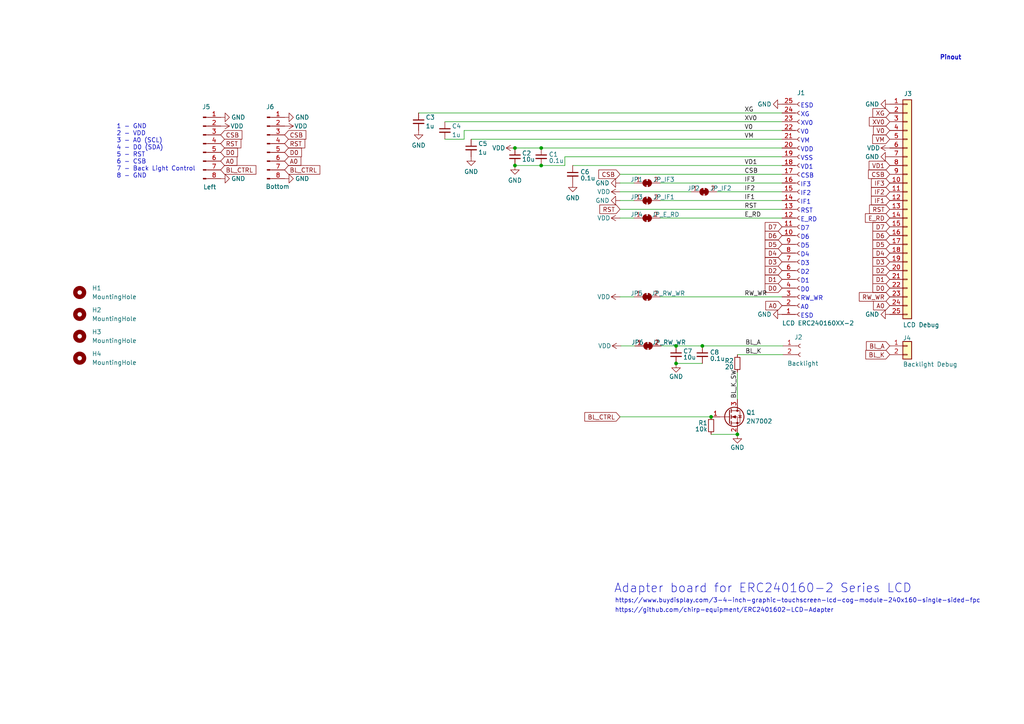
<source format=kicad_sch>
(kicad_sch (version 20230121) (generator eeschema)
  (paper "A4")
  (title_block (title "Adapter board for ERC240160-2 Series LCD") (date "2023-12-27") (rev "1.0") (company "Chirp / Sebastian Mach"))
  (lib_symbols
    (symbol "Connector:Conn_01x02_Socket" (pin_names (offset 1.016) hide)
      (property "Reference" "J" (at 0 2.54 0))
      (property "Value" "Conn_01x02_Socket" (at 0 -5.08 0))
      (symbol "Conn_01x02_Socket_1_1"
        (arc (start 0 -2.032) (mid -0.5058 -2.54) (end 0 -3.048) (stroke (width 0.1524)))
        (polyline (pts (xy -1.27 -2.54) (xy -0.508 -2.54)) (stroke (width 0.1524)))
        (polyline (pts (xy -1.27 0) (xy -0.508 0)) (stroke (width 0.1524)))
        (arc (start 0 0.508) (mid -0.5058 0) (end 0 -0.508) (stroke (width 0.1524)))
        (pin passive line (at -5.08 0 0) (length 3.81) (name "Pin_1") (number "1"))
        (pin passive line (at -5.08 -2.54 0) (length 3.81) (name "Pin_2") (number "2"))
      )
    )
    (symbol "Connector:Conn_01x08_Pin" (pin_names (offset 1.016) hide)
      (property "Reference" "J" (at 0 10.16 0))
      (property "Value" "Conn_01x08_Pin" (at 0 -12.7 0))
      (symbol "Conn_01x08_Pin_1_1"
        (polyline (pts (xy 1.27 -10.16) (xy 0.8636 -10.16)) (stroke (width 0.1524)))
        (polyline (pts (xy 1.27 -7.62) (xy 0.8636 -7.62)) (stroke (width 0.1524)))
        (polyline (pts (xy 1.27 -5.08) (xy 0.8636 -5.08)) (stroke (width 0.1524)))
        (polyline (pts (xy 1.27 -2.54) (xy 0.8636 -2.54)) (stroke (width 0.1524)))
        (polyline (pts (xy 1.27 0) (xy 0.8636 0)) (stroke (width 0.1524)))
        (polyline (pts (xy 1.27 2.54) (xy 0.8636 2.54)) (stroke (width 0.1524)))
        (polyline (pts (xy 1.27 5.08) (xy 0.8636 5.08)) (stroke (width 0.1524)))
        (polyline (pts (xy 1.27 7.62) (xy 0.8636 7.62)) (stroke (width 0.1524)))
        (rectangle (start 0.8636 -10.033) (end 0 -10.287) (stroke (width 0.1524)) (fill (type outline)))
        (rectangle (start 0.8636 -7.493) (end 0 -7.747) (stroke (width 0.1524)) (fill (type outline)))
        (rectangle (start 0.8636 -4.953) (end 0 -5.207) (stroke (width 0.1524)) (fill (type outline)))
        (rectangle (start 0.8636 -2.413) (end 0 -2.667) (stroke (width 0.1524)) (fill (type outline)))
        (rectangle (start 0.8636 0.127) (end 0 -0.127) (stroke (width 0.1524)) (fill (type outline)))
        (rectangle (start 0.8636 2.667) (end 0 2.413) (stroke (width 0.1524)) (fill (type outline)))
        (rectangle (start 0.8636 5.207) (end 0 4.953) (stroke (width 0.1524)) (fill (type outline)))
        (rectangle (start 0.8636 7.747) (end 0 7.493) (stroke (width 0.1524)) (fill (type outline)))
        (pin passive line (at 5.08 7.62 180) (length 3.81) (name "Pin_1") (number "1"))
        (pin passive line (at 5.08 5.08 180) (length 3.81) (name "Pin_2") (number "2"))
        (pin passive line (at 5.08 2.54 180) (length 3.81) (name "Pin_3") (number "3"))
        (pin passive line (at 5.08 0 180) (length 3.81) (name "Pin_4") (number "4"))
        (pin passive line (at 5.08 -2.54 180) (length 3.81) (name "Pin_5") (number "5"))
        (pin passive line (at 5.08 -5.08 180) (length 3.81) (name "Pin_6") (number "6"))
        (pin passive line (at 5.08 -7.62 180) (length 3.81) (name "Pin_7") (number "7"))
        (pin passive line (at 5.08 -10.16 180) (length 3.81) (name "Pin_8") (number "8"))
      )
    )
    (symbol "Connector:Conn_01x25_Socket" (pin_names (offset 1.016) hide)
      (property "Reference" "J" (at 0 33.02 0))
      (property "Value" "Conn_01x25_Socket" (at 0 -33.02 0))
      (symbol "Conn_01x25_Socket_1_1"
        (arc (start 0 -29.972) (mid -0.5058 -30.48) (end 0 -30.988) (stroke (width 0.1524)))
        (arc (start 0 -27.432) (mid -0.5058 -27.94) (end 0 -28.448) (stroke (width 0.1524)))
        (arc (start 0 -24.892) (mid -0.5058 -25.4) (end 0 -25.908) (stroke (width 0.1524)))
        (arc (start 0 -22.352) (mid -0.5058 -22.86) (end 0 -23.368) (stroke (width 0.1524)))
        (arc (start 0 -19.812) (mid -0.5058 -20.32) (end 0 -20.828) (stroke (width 0.1524)))
        (arc (start 0 -17.272) (mid -0.5058 -17.78) (end 0 -18.288) (stroke (width 0.1524)))
        (arc (start 0 -14.732) (mid -0.5058 -15.24) (end 0 -15.748) (stroke (width 0.1524)))
        (arc (start 0 -12.192) (mid -0.5058 -12.7) (end 0 -13.208) (stroke (width 0.1524)))
        (arc (start 0 -9.652) (mid -0.5058 -10.16) (end 0 -10.668) (stroke (width 0.1524)))
        (arc (start 0 -7.112) (mid -0.5058 -7.62) (end 0 -8.128) (stroke (width 0.1524)))
        (arc (start 0 -4.572) (mid -0.5058 -5.08) (end 0 -5.588) (stroke (width 0.1524)))
        (arc (start 0 -2.032) (mid -0.5058 -2.54) (end 0 -3.048) (stroke (width 0.1524)))
        (polyline (pts (xy -1.27 -30.48) (xy -0.508 -30.48)) (stroke (width 0.1524)))
        (polyline (pts (xy -1.27 -27.94) (xy -0.508 -27.94)) (stroke (width 0.1524)))
        (polyline (pts (xy -1.27 -25.4) (xy -0.508 -25.4)) (stroke (width 0.1524)))
        (polyline (pts (xy -1.27 -22.86) (xy -0.508 -22.86)) (stroke (width 0.1524)))
        (polyline (pts (xy -1.27 -20.32) (xy -0.508 -20.32)) (stroke (width 0.1524)))
        (polyline (pts (xy -1.27 -17.78) (xy -0.508 -17.78)) (stroke (width 0.1524)))
        (polyline (pts (xy -1.27 -15.24) (xy -0.508 -15.24)) (stroke (width 0.1524)))
        (polyline (pts (xy -1.27 -12.7) (xy -0.508 -12.7)) (stroke (width 0.1524)))
        (polyline (pts (xy -1.27 -10.16) (xy -0.508 -10.16)) (stroke (width 0.1524)))
        (polyline (pts (xy -1.27 -7.62) (xy -0.508 -7.62)) (stroke (width 0.1524)))
        (polyline (pts (xy -1.27 -5.08) (xy -0.508 -5.08)) (stroke (width 0.1524)))
        (polyline (pts (xy -1.27 -2.54) (xy -0.508 -2.54)) (stroke (width 0.1524)))
        (polyline (pts (xy -1.27 0) (xy -0.508 0)) (stroke (width 0.1524)))
        (polyline (pts (xy -1.27 2.54) (xy -0.508 2.54)) (stroke (width 0.1524)))
        (polyline (pts (xy -1.27 5.08) (xy -0.508 5.08)) (stroke (width 0.1524)))
        (polyline (pts (xy -1.27 7.62) (xy -0.508 7.62)) (stroke (width 0.1524)))
        (polyline (pts (xy -1.27 10.16) (xy -0.508 10.16)) (stroke (width 0.1524)))
        (polyline (pts (xy -1.27 12.7) (xy -0.508 12.7)) (stroke (width 0.1524)))
        (polyline (pts (xy -1.27 15.24) (xy -0.508 15.24)) (stroke (width 0.1524)))
        (polyline (pts (xy -1.27 17.78) (xy -0.508 17.78)) (stroke (width 0.1524)))
        (polyline (pts (xy -1.27 20.32) (xy -0.508 20.32)) (stroke (width 0.1524)))
        (polyline (pts (xy -1.27 22.86) (xy -0.508 22.86)) (stroke (width 0.1524)))
        (polyline (pts (xy -1.27 25.4) (xy -0.508 25.4)) (stroke (width 0.1524)))
        (polyline (pts (xy -1.27 27.94) (xy -0.508 27.94)) (stroke (width 0.1524)))
        (polyline (pts (xy -1.27 30.48) (xy -0.508 30.48)) (stroke (width 0.1524)))
        (arc (start 0 0.508) (mid -0.5058 0) (end 0 -0.508) (stroke (width 0.1524)))
        (arc (start 0 3.048) (mid -0.5058 2.54) (end 0 2.032) (stroke (width 0.1524)))
        (arc (start 0 5.588) (mid -0.5058 5.08) (end 0 4.572) (stroke (width 0.1524)))
        (arc (start 0 8.128) (mid -0.5058 7.62) (end 0 7.112) (stroke (width 0.1524)))
        (arc (start 0 10.668) (mid -0.5058 10.16) (end 0 9.652) (stroke (width 0.1524)))
        (arc (start 0 13.208) (mid -0.5058 12.7) (end 0 12.192) (stroke (width 0.1524)))
        (arc (start 0 15.748) (mid -0.5058 15.24) (end 0 14.732) (stroke (width 0.1524)))
        (arc (start 0 18.288) (mid -0.5058 17.78) (end 0 17.272) (stroke (width 0.1524)))
        (arc (start 0 20.828) (mid -0.5058 20.32) (end 0 19.812) (stroke (width 0.1524)))
        (arc (start 0 23.368) (mid -0.5058 22.86) (end 0 22.352) (stroke (width 0.1524)))
        (arc (start 0 25.908) (mid -0.5058 25.4) (end 0 24.892) (stroke (width 0.1524)))
        (arc (start 0 28.448) (mid -0.5058 27.94) (end 0 27.432) (stroke (width 0.1524)))
        (arc (start 0 30.988) (mid -0.5058 30.48) (end 0 29.972) (stroke (width 0.1524)))
        (pin passive line (at -5.08 30.48 0) (length 3.81) (name "Pin_1") (number "1"))
        (pin passive line (at -5.08 7.62 0) (length 3.81) (name "Pin_10") (number "10"))
        (pin passive line (at -5.08 5.08 0) (length 3.81) (name "Pin_11") (number "11"))
        (pin passive line (at -5.08 2.54 0) (length 3.81) (name "Pin_12") (number "12"))
        (pin passive line (at -5.08 0 0) (length 3.81) (name "Pin_13") (number "13"))
        (pin passive line (at -5.08 -2.54 0) (length 3.81) (name "Pin_14") (number "14"))
        (pin passive line (at -5.08 -5.08 0) (length 3.81) (name "Pin_15") (number "15"))
        (pin passive line (at -5.08 -7.62 0) (length 3.81) (name "Pin_16") (number "16"))
        (pin passive line (at -5.08 -10.16 0) (length 3.81) (name "Pin_17") (number "17"))
        (pin passive line (at -5.08 -12.7 0) (length 3.81) (name "Pin_18") (number "18"))
        (pin passive line (at -5.08 -15.24 0) (length 3.81) (name "Pin_19") (number "19"))
        (pin passive line (at -5.08 27.94 0) (length 3.81) (name "Pin_2") (number "2"))
        (pin passive line (at -5.08 -17.78 0) (length 3.81) (name "Pin_20") (number "20"))
        (pin passive line (at -5.08 -20.32 0) (length 3.81) (name "Pin_21") (number "21"))
        (pin passive line (at -5.08 -22.86 0) (length 3.81) (name "Pin_22") (number "22"))
        (pin passive line (at -5.08 -25.4 0) (length 3.81) (name "Pin_23") (number "23"))
        (pin passive line (at -5.08 -27.94 0) (length 3.81) (name "Pin_24") (number "24"))
        (pin passive line (at -5.08 -30.48 0) (length 3.81) (name "Pin_25") (number "25"))
        (pin passive line (at -5.08 25.4 0) (length 3.81) (name "Pin_3") (number "3"))
        (pin passive line (at -5.08 22.86 0) (length 3.81) (name "Pin_4") (number "4"))
        (pin passive line (at -5.08 20.32 0) (length 3.81) (name "Pin_5") (number "5"))
        (pin passive line (at -5.08 17.78 0) (length 3.81) (name "Pin_6") (number "6"))
        (pin passive line (at -5.08 15.24 0) (length 3.81) (name "Pin_7") (number "7"))
        (pin passive line (at -5.08 12.7 0) (length 3.81) (name "Pin_8") (number "8"))
        (pin passive line (at -5.08 10.16 0) (length 3.81) (name "Pin_9") (number "9"))
      )
    )
    (symbol "Connector_Generic:Conn_01x02" (pin_names (offset 1.016) hide)
      (property "Reference" "J" (at 0 2.54 0))
      (property "Value" "Conn_01x02" (at 0 -5.08 0))
      (symbol "Conn_01x02_1_1"
        (rectangle (start -1.27 -2.413) (end 0 -2.667) (stroke (width 0.1524)))
        (rectangle (start -1.27 0.127) (end 0 -0.127) (stroke (width 0.1524)))
        (rectangle (start -1.27 1.27) (end 1.27 -3.81) (stroke (width 0.254)) (fill (type background)))
        (pin passive line (at -5.08 0 0) (length 3.81) (name "Pin_1") (number "1"))
        (pin passive line (at -5.08 -2.54 0) (length 3.81) (name "Pin_2") (number "2"))
      )
    )
    (symbol "Connector_Generic:Conn_01x25" (pin_names (offset 1.016) hide)
      (property "Reference" "J" (at 0 33.02 0))
      (property "Value" "Conn_01x25" (at 0 -33.02 0))
      (symbol "Conn_01x25_1_1"
        (rectangle (start -1.27 -30.353) (end 0 -30.607) (stroke (width 0.1524)))
        (rectangle (start -1.27 -27.813) (end 0 -28.067) (stroke (width 0.1524)))
        (rectangle (start -1.27 -25.273) (end 0 -25.527) (stroke (width 0.1524)))
        (rectangle (start -1.27 -22.733) (end 0 -22.987) (stroke (width 0.1524)))
        (rectangle (start -1.27 -20.193) (end 0 -20.447) (stroke (width 0.1524)))
        (rectangle (start -1.27 -17.653) (end 0 -17.907) (stroke (width 0.1524)))
        (rectangle (start -1.27 -15.113) (end 0 -15.367) (stroke (width 0.1524)))
        (rectangle (start -1.27 -12.573) (end 0 -12.827) (stroke (width 0.1524)))
        (rectangle (start -1.27 -10.033) (end 0 -10.287) (stroke (width 0.1524)))
        (rectangle (start -1.27 -7.493) (end 0 -7.747) (stroke (width 0.1524)))
        (rectangle (start -1.27 -4.953) (end 0 -5.207) (stroke (width 0.1524)))
        (rectangle (start -1.27 -2.413) (end 0 -2.667) (stroke (width 0.1524)))
        (rectangle (start -1.27 0.127) (end 0 -0.127) (stroke (width 0.1524)))
        (rectangle (start -1.27 2.667) (end 0 2.413) (stroke (width 0.1524)))
        (rectangle (start -1.27 5.207) (end 0 4.953) (stroke (width 0.1524)))
        (rectangle (start -1.27 7.747) (end 0 7.493) (stroke (width 0.1524)))
        (rectangle (start -1.27 10.287) (end 0 10.033) (stroke (width 0.1524)))
        (rectangle (start -1.27 12.827) (end 0 12.573) (stroke (width 0.1524)))
        (rectangle (start -1.27 15.367) (end 0 15.113) (stroke (width 0.1524)))
        (rectangle (start -1.27 17.907) (end 0 17.653) (stroke (width 0.1524)))
        (rectangle (start -1.27 20.447) (end 0 20.193) (stroke (width 0.1524)))
        (rectangle (start -1.27 22.987) (end 0 22.733) (stroke (width 0.1524)))
        (rectangle (start -1.27 25.527) (end 0 25.273) (stroke (width 0.1524)))
        (rectangle (start -1.27 28.067) (end 0 27.813) (stroke (width 0.1524)))
        (rectangle (start -1.27 30.607) (end 0 30.353) (stroke (width 0.1524)))
        (rectangle (start -1.27 31.75) (end 1.27 -31.75) (stroke (width 0.254)) (fill (type background)))
        (pin passive line (at -5.08 30.48 0) (length 3.81) (name "Pin_1") (number "1"))
        (pin passive line (at -5.08 7.62 0) (length 3.81) (name "Pin_10") (number "10"))
        (pin passive line (at -5.08 5.08 0) (length 3.81) (name "Pin_11") (number "11"))
        (pin passive line (at -5.08 2.54 0) (length 3.81) (name "Pin_12") (number "12"))
        (pin passive line (at -5.08 0 0) (length 3.81) (name "Pin_13") (number "13"))
        (pin passive line (at -5.08 -2.54 0) (length 3.81) (name "Pin_14") (number "14"))
        (pin passive line (at -5.08 -5.08 0) (length 3.81) (name "Pin_15") (number "15"))
        (pin passive line (at -5.08 -7.62 0) (length 3.81) (name "Pin_16") (number "16"))
        (pin passive line (at -5.08 -10.16 0) (length 3.81) (name "Pin_17") (number "17"))
        (pin passive line (at -5.08 -12.7 0) (length 3.81) (name "Pin_18") (number "18"))
        (pin passive line (at -5.08 -15.24 0) (length 3.81) (name "Pin_19") (number "19"))
        (pin passive line (at -5.08 27.94 0) (length 3.81) (name "Pin_2") (number "2"))
        (pin passive line (at -5.08 -17.78 0) (length 3.81) (name "Pin_20") (number "20"))
        (pin passive line (at -5.08 -20.32 0) (length 3.81) (name "Pin_21") (number "21"))
        (pin passive line (at -5.08 -22.86 0) (length 3.81) (name "Pin_22") (number "22"))
        (pin passive line (at -5.08 -25.4 0) (length 3.81) (name "Pin_23") (number "23"))
        (pin passive line (at -5.08 -27.94 0) (length 3.81) (name "Pin_24") (number "24"))
        (pin passive line (at -5.08 -30.48 0) (length 3.81) (name "Pin_25") (number "25"))
        (pin passive line (at -5.08 25.4 0) (length 3.81) (name "Pin_3") (number "3"))
        (pin passive line (at -5.08 22.86 0) (length 3.81) (name "Pin_4") (number "4"))
        (pin passive line (at -5.08 20.32 0) (length 3.81) (name "Pin_5") (number "5"))
        (pin passive line (at -5.08 17.78 0) (length 3.81) (name "Pin_6") (number "6"))
        (pin passive line (at -5.08 15.24 0) (length 3.81) (name "Pin_7") (number "7"))
        (pin passive line (at -5.08 12.7 0) (length 3.81) (name "Pin_8") (number "8"))
        (pin passive line (at -5.08 10.16 0) (length 3.81) (name "Pin_9") (number "9"))
      )
    )
    (symbol "Device:C_Small" (pin_numbers hide) (pin_names (offset 0.254) hide)
      (property "Reference" "C" (at 0.254 1.778 0))
      (property "Value" "C_Small" (at 0.254 -2.032 0))
      (symbol "C_Small_0_1"
        (polyline (pts (xy -1.524 -0.508) (xy 1.524 -0.508)) (stroke (width 0.3302)))
        (polyline (pts (xy -1.524 0.508) (xy 1.524 0.508)) (stroke (width 0.3048)))
      )
      (symbol "C_Small_1_1"
        (pin passive line (at 0 2.54 270) (length 2.032) (name "~") (number "1"))
        (pin passive line (at 0 -2.54 90) (length 2.032) (name "~") (number "2"))
      )
    )
    (symbol "Device:R_Small" (pin_numbers hide) (pin_names (offset 0.254) hide)
      (property "Reference" "R" (at 0.762 0.508 0))
      (property "Value" "R_Small" (at 0.762 -1.016 0))
      (symbol "R_Small_0_1"
        (rectangle (start -0.762 1.778) (end 0.762 -1.778) (stroke (width 0.2032)))
      )
      (symbol "R_Small_1_1"
        (pin passive line (at 0 2.54 270) (length 0.762) (name "~") (number "1"))
        (pin passive line (at 0 -2.54 90) (length 0.762) (name "~") (number "2"))
      )
    )
    (symbol "Jumper:SolderJumper_2_Bridged" (pin_names (offset 0) hide)
      (property "Reference" "JP" (at 0 2.032 0))
      (property "Value" "SolderJumper_2_Bridged" (at 0 -2.54 0))
      (symbol "SolderJumper_2_Bridged_0_1"
        (rectangle (start -0.508 0.508) (end 0.508 -0.508) (fill (type outline)))
        (arc (start -0.254 1.016) (mid -1.2656 0) (end -0.254 -1.016))
        (arc (start -0.254 1.016) (mid -1.2656 0) (end -0.254 -1.016) (fill (type outline)))
        (polyline (pts (xy -0.254 1.016) (xy -0.254 -1.016)))
        (polyline (pts (xy 0.254 1.016) (xy 0.254 -1.016)))
        (arc (start 0.254 -1.016) (mid 1.2656 0) (end 0.254 1.016))
        (arc (start 0.254 -1.016) (mid 1.2656 0) (end 0.254 1.016) (fill (type outline)))
      )
      (symbol "SolderJumper_2_Bridged_1_1"
        (pin passive line (at -3.81 0 0) (length 2.54) (name "A") (number "1"))
        (pin passive line (at 3.81 0 180) (length 2.54) (name "B") (number "2"))
      )
    )
    (symbol "Mechanical:MountingHole" (pin_names (offset 1.016))
      (property "Reference" "H" (at 0 5.08 0))
      (property "Value" "MountingHole" (at 0 3.175 0))
      (symbol "MountingHole_0_1"
        (circle (center 0 0) (radius 1.27) (stroke (width 1.27)))
      )
    )
    (symbol "Transistor_FET:2N7002" (pin_names hide)
      (property "Reference" "Q" (at 5.08 1.905 0))
      (property "Value" "2N7002" (at 5.08 0 0))
      (symbol "2N7002_0_1"
        (polyline (pts (xy 0.254 0) (xy -2.54 0)))
        (polyline (pts (xy 0.254 1.905) (xy 0.254 -1.905)) (stroke (width 0.254)))
        (polyline (pts (xy 0.762 -1.27) (xy 0.762 -2.286)) (stroke (width 0.254)))
        (polyline (pts (xy 0.762 0.508) (xy 0.762 -0.508)) (stroke (width 0.254)))
        (polyline (pts (xy 0.762 2.286) (xy 0.762 1.27)) (stroke (width 0.254)))
        (polyline (pts (xy 2.54 2.54) (xy 2.54 1.778)))
        (polyline (pts (xy 2.54 -2.54) (xy 2.54 0) (xy 0.762 0)))
        (polyline (pts (xy 0.762 -1.778) (xy 3.302 -1.778) (xy 3.302 1.778) (xy 0.762 1.778)))
        (polyline (pts (xy 1.016 0) (xy 2.032 0.381) (xy 2.032 -0.381) (xy 1.016 0)) (fill (type outline)))
        (polyline (pts (xy 2.794 0.508) (xy 2.921 0.381) (xy 3.683 0.381) (xy 3.81 0.254)))
        (polyline (pts (xy 3.302 0.381) (xy 2.921 -0.254) (xy 3.683 -0.254) (xy 3.302 0.381)))
        (circle (center 1.651 0) (radius 2.794) (stroke (width 0.254)))
        (circle (center 2.54 -1.778) (radius 0.254) (fill (type outline)))
        (circle (center 2.54 1.778) (radius 0.254) (fill (type outline)))
      )
      (symbol "2N7002_1_1"
        (pin input line (at -5.08 0 0) (length 2.54) (name "G") (number "1"))
        (pin passive line (at 2.54 -5.08 90) (length 2.54) (name "S") (number "2"))
        (pin passive line (at 2.54 5.08 270) (length 2.54) (name "D") (number "3"))
      )
    )
    (symbol "power:GND" (power) (pin_names (offset 0))
      (property "Value" "GND" (at 0 -3.81 0))
      (symbol "GND_0_1"
        (polyline (pts (xy 0 0) (xy 0 -1.27) (xy 1.27 -1.27) (xy 0 -2.54) (xy -1.27 -1.27) (xy 0 -1.27)))
      )
      (symbol "GND_1_1"
        (pin power_in line (at 0 0 270) (length 0) hide (name "GND") (number "1"))
      )
    )
    (symbol "power:VDD" (power) (pin_names (offset 0))
      (property "Value" "VDD" (at 0 3.81 0))
      (symbol "VDD_0_1"
        (polyline (pts (xy -0.762 1.27) (xy 0 2.54)))
        (polyline (pts (xy 0 0) (xy 0 2.54)))
        (polyline (pts (xy 0 2.54) (xy 0.762 1.27)))
      )
      (symbol "VDD_1_1"
        (pin power_in line (at 0 0 90) (length 0) hide (name "VDD") (number "1"))
      )
    )
  )
  (junction (at 149.352 42.926))
  (junction (at 156.972 48.006))
  (junction (at 149.352 48.006))
  (junction (at 213.868 125.984))
  (junction (at 196.088 100.33))
  (junction (at 206.248 120.904))
  (junction (at 156.972 42.926))
  (junction (at 203.708 100.33))
  (junction (at 196.088 105.41))
  (wire (pts (xy 191.77 100.33) (xy 196.088 100.33)))
  (wire (pts (xy 179.832 86.106) (xy 183.896 86.106)))
  (wire (pts (xy 149.352 48.006) (xy 156.972 48.006)))
  (wire (pts (xy 196.088 100.33) (xy 203.708 100.33)))
  (wire (pts (xy 156.972 42.926) (xy 226.822 42.926)))
  (wire (pts (xy 179.832 58.166) (xy 183.896 58.166)))
  (wire (pts (xy 179.832 53.086) (xy 183.896 53.086)))
  (wire (pts (xy 180.086 100.33) (xy 184.15 100.33)))
  (wire (pts (xy 179.832 55.626) (xy 200.406 55.626)))
  (wire (pts (xy 179.832 120.904) (xy 206.248 120.904)))
  (wire (pts (xy 121.412 32.766) (xy 226.822 32.766)))
  (wire (pts (xy 134.62 37.846) (xy 226.822 37.846)))
  (wire (pts (xy 179.832 63.246) (xy 183.896 63.246)))
  (wire (pts (xy 208.026 55.626) (xy 226.822 55.626)))
  (wire (pts (xy 191.516 63.246) (xy 226.822 63.246)))
  (wire (pts (xy 196.088 105.41) (xy 203.708 105.41)))
  (wire (pts (xy 136.652 40.386) (xy 226.822 40.386)))
  (wire (pts (xy 149.352 42.926) (xy 156.972 42.926)))
  (wire (pts (xy 166.116 48.006) (xy 226.822 48.006)))
  (wire (pts (xy 191.516 53.086) (xy 226.822 53.086)))
  (wire (pts (xy 163.83 45.466) (xy 163.83 48.006)))
  (wire (pts (xy 206.248 125.984) (xy 213.868 125.984)))
  (wire (pts (xy 191.516 58.166) (xy 226.822 58.166)))
  (wire (pts (xy 203.708 100.33) (xy 227.076 100.33)))
  (wire (pts (xy 129.032 40.386) (xy 134.62 40.386)))
  (wire (pts (xy 129.032 35.306) (xy 226.822 35.306)))
  (wire (pts (xy 227.076 102.87) (xy 213.868 102.87)))
  (wire (pts (xy 213.868 107.95) (xy 213.868 115.824)))
  (wire (pts (xy 179.832 50.546) (xy 226.822 50.546)))
  (wire (pts (xy 179.832 60.706) (xy 226.822 60.706)))
  (wire (pts (xy 163.83 45.466) (xy 226.822 45.466)))
  (wire (pts (xy 134.62 40.386) (xy 134.62 37.846)))
  (wire (pts (xy 191.516 86.106) (xy 226.822 86.106)))
  (wire (pts (xy 163.83 48.006) (xy 156.972 48.006)))
  (text "E_RD" (at 232.156 64.516 0) (effects (font (size 1.27 1.27)) (justify left bottom)))
  (text "IF1" (at 232.156 59.436 0) (effects (font (size 1.27 1.27)) (justify left bottom)))
  (text "https://www.buydisplay.com/3-4-inch-graphic-touchscreen-lcd-cog-module-240x160-single-sided-fpc" (at 178.308 175.006 0) (effects (font (size 1.27 1.27)) (justify left bottom)))
  (text "VSS" (at 232.156 46.736 0) (effects (font (size 1.27 1.27)) (justify left bottom)))
  (text "D1" (at 232.156 82.296 0) (effects (font (size 1.27 1.27)) (justify left bottom)))
  (text "D3" (at 232.156 77.216 0) (effects (font (size 1.27 1.27)) (justify left bottom)))
  (text "https://github.com/chirp-equipment/ERC2401602-LCD-Adapter" (at 178.308 177.8 0) (effects (font (size 1.27 1.27)) (justify left bottom)))
  (text "XV0" (at 232.156 36.576 0) (effects (font (size 1.27 1.27)) (justify left bottom)))
  (text "D0" (at 232.156 84.836 0) (effects (font (size 1.27 1.27)) (justify left bottom)))
  (text "A0" (at 232.156 89.916 0) (effects (font (size 1.27 1.27)) (justify left bottom)))
  (text "Adapter board for ERC240160-2 Series LCD" (at 178.054 172.212 0) (effects (font (size 2.54 2.54)) (justify left bottom)))
  (text "ESD" (at 232.156 31.496 0) (effects (font (size 1.27 1.27)) (justify left bottom)))
  (text "1 - GND\n2 - VDD\n3 - A0 (SCL)\n4 - D0 (SDA)\n5 - RST\n6 - CSB\n7 - Back Light Control\n8 - GND" (at 33.782 51.816 0) (effects (font (size 1.27 1.27)) (justify left bottom)))
  (text "ESD" (at 232.156 92.456 0) (effects (font (size 1.27 1.27)) (justify left bottom)))
  (text "V0" (at 232.156 39.116 0) (effects (font (size 1.27 1.27)) (justify left bottom)))
  (text "CSB" (at 232.156 51.816 0) (effects (font (size 1.27 1.27)) (justify left bottom)))
  (text "VDD" (at 232.156 44.196 0) (effects (font (size 1.27 1.27)) (justify left bottom)))
  (text "RST" (at 232.156 61.976 0) (effects (font (size 1.27 1.27)) (justify left bottom)))
  (text "D7" (at 232.156 67.056 0) (effects (font (size 1.27 1.27)) (justify left bottom)))
  (text "VM" (at 232.156 41.656 0) (effects (font (size 1.27 1.27)) (justify left bottom)))
  (text "D2" (at 232.156 79.756 0) (effects (font (size 1.27 1.27)) (justify left bottom)))
  (text "IF2" (at 232.156 56.896 0) (effects (font (size 1.27 1.27)) (justify left bottom)))
  (text "Pinout" (at 272.542 17.526 0) (effects (font (size 1.27 1.27) (thickness 0.254) bold) (justify left bottom)))
  (text "VD1" (at 232.156 49.276 0) (effects (font (size 1.27 1.27)) (justify left bottom)))
  (text "D5" (at 232.156 72.136 0) (effects (font (size 1.27 1.27)) (justify left bottom)))
  (text "RW_WR" (at 232.156 87.376 0) (effects (font (size 1.27 1.27)) (justify left bottom)))
  (text "D6" (at 232.156 69.596 0) (effects (font (size 1.27 1.27)) (justify left bottom)))
  (text "IF3" (at 232.156 54.356 0) (effects (font (size 1.27 1.27)) (justify left bottom)))
  (text "D4" (at 232.156 74.676 0) (effects (font (size 1.27 1.27)) (justify left bottom)))
  (text "XG" (at 232.156 34.036 0) (effects (font (size 1.27 1.27)) (justify left bottom)))
  (label "BL_A" (at 216.154 100.33 0))
  (label "IF2" (at 215.9 55.626 0))
  (label "VD1" (at 215.9 48.006 0))
  (label "CSB" (at 215.9 50.546 0))
  (label "RST" (at 215.9 60.706 0))
  (label "IF1" (at 215.9 58.166 0))
  (label "RW_WR" (at 215.9 86.106 0))
  (label "BL_K_SW" (at 213.868 115.57 90))
  (label "V0" (at 215.9 37.846 0))
  (label "XV0" (at 215.9 35.306 0))
  (label "BL_K" (at 216.154 102.87 0))
  (label "VM" (at 215.9 40.386 0))
  (label "IF3" (at 215.9 53.086 0))
  (label "XG" (at 215.9 32.766 0))
  (label "E_RD" (at 215.9 63.246 0))
  (global_label "D1" (shape input) (at 258.064 81.026 180) (property "Intersheetrefs" "${INTERSHEET_REFS}" (effects hide)))
  (global_label "A0" (shape input) (at 226.822 88.646 180) (property "Intersheetrefs" "${INTERSHEET_REFS}" (effects hide)))
  (global_label "RST" (shape input) (at 258.064 60.706 180) (property "Intersheetrefs" "${INTERSHEET_REFS}" (effects hide)))
  (global_label "IF3" (shape input) (at 258.064 53.086 180) (property "Intersheetrefs" "${INTERSHEET_REFS}" (effects hide)))
  (global_label "D7" (shape input) (at 258.064 65.786 180) (property "Intersheetrefs" "${INTERSHEET_REFS}" (effects hide)))
  (global_label "D6" (shape input) (at 258.064 68.326 180) (property "Intersheetrefs" "${INTERSHEET_REFS}" (effects hide)))
  (global_label "D3" (shape input) (at 226.822 75.946 180) (property "Intersheetrefs" "${INTERSHEET_REFS}" (effects hide)))
  (global_label "IF1" (shape input) (at 258.064 58.166 180) (property "Intersheetrefs" "${INTERSHEET_REFS}" (effects hide)))
  (global_label "D6" (shape input) (at 226.822 68.326 180) (property "Intersheetrefs" "${INTERSHEET_REFS}" (effects hide)))
  (global_label "D0" (shape input) (at 82.55 44.196 0) (property "Intersheetrefs" "${INTERSHEET_REFS}" (effects hide)))
  (global_label "VD1" (shape input) (at 258.064 48.006 180) (property "Intersheetrefs" "${INTERSHEET_REFS}" (effects hide)))
  (global_label "XV0" (shape input) (at 258.064 35.306 180) (property "Intersheetrefs" "${INTERSHEET_REFS}" (effects hide)))
  (global_label "CSB" (shape input) (at 258.064 50.546 180) (property "Intersheetrefs" "${INTERSHEET_REFS}" (effects hide)))
  (global_label "D5" (shape input) (at 258.064 70.866 180) (property "Intersheetrefs" "${INTERSHEET_REFS}" (effects hide)))
  (global_label "D4" (shape input) (at 258.064 73.406 180) (property "Intersheetrefs" "${INTERSHEET_REFS}" (effects hide)))
  (global_label "IF2" (shape input) (at 258.064 55.626 180) (property "Intersheetrefs" "${INTERSHEET_REFS}" (effects hide)))
  (global_label "D0" (shape input) (at 258.064 83.566 180) (property "Intersheetrefs" "${INTERSHEET_REFS}" (effects hide)))
  (global_label "XG" (shape input) (at 258.064 32.766 180) (property "Intersheetrefs" "${INTERSHEET_REFS}" (effects hide)))
  (global_label "BL_K" (shape input) (at 258.064 102.87 180) (property "Intersheetrefs" "${INTERSHEET_REFS}" (effects hide)))
  (global_label "BL_CTRL" (shape input) (at 82.55 49.276 0) (property "Intersheetrefs" "${INTERSHEET_REFS}" (effects hide)))
  (global_label "CSB" (shape input) (at 82.55 39.116 0) (property "Intersheetrefs" "${INTERSHEET_REFS}" (effects hide)))
  (global_label "D2" (shape input) (at 258.064 78.486 180) (property "Intersheetrefs" "${INTERSHEET_REFS}" (effects hide)))
  (global_label "BL_CTRL" (shape input) (at 64.008 49.276 0) (property "Intersheetrefs" "${INTERSHEET_REFS}" (effects hide)))
  (global_label "A0" (shape input) (at 82.55 46.736 0) (property "Intersheetrefs" "${INTERSHEET_REFS}" (effects hide)))
  (global_label "D0" (shape input) (at 226.822 83.566 180) (property "Intersheetrefs" "${INTERSHEET_REFS}" (effects hide)))
  (global_label "D7" (shape input) (at 226.822 65.786 180) (property "Intersheetrefs" "${INTERSHEET_REFS}" (effects hide)))
  (global_label "D1" (shape input) (at 226.822 81.026 180) (property "Intersheetrefs" "${INTERSHEET_REFS}" (effects hide)))
  (global_label "BL_A" (shape input) (at 258.064 100.33 180) (property "Intersheetrefs" "${INTERSHEET_REFS}" (effects hide)))
  (global_label "D4" (shape input) (at 226.822 73.406 180) (property "Intersheetrefs" "${INTERSHEET_REFS}" (effects hide)))
  (global_label "V0" (shape input) (at 258.064 37.846 180) (property "Intersheetrefs" "${INTERSHEET_REFS}" (effects hide)))
  (global_label "VM" (shape input) (at 258.064 40.386 180) (property "Intersheetrefs" "${INTERSHEET_REFS}" (effects hide)))
  (global_label "RST" (shape input) (at 179.832 60.706 180) (property "Intersheetrefs" "${INTERSHEET_REFS}" (effects hide)))
  (global_label "E_RD" (shape input) (at 258.064 63.246 180) (property "Intersheetrefs" "${INTERSHEET_REFS}" (effects hide)))
  (global_label "D0" (shape input) (at 64.008 44.196 0) (property "Intersheetrefs" "${INTERSHEET_REFS}" (effects hide)))
  (global_label "D5" (shape input) (at 226.822 70.866 180) (property "Intersheetrefs" "${INTERSHEET_REFS}" (effects hide)))
  (global_label "CSB" (shape input) (at 64.008 39.116 0) (property "Intersheetrefs" "${INTERSHEET_REFS}" (effects hide)))
  (global_label "A0" (shape input) (at 258.064 88.646 180) (property "Intersheetrefs" "${INTERSHEET_REFS}" (effects hide)))
  (global_label "BL_CTRL" (shape input) (at 179.832 120.904 180) (property "Intersheetrefs" "${INTERSHEET_REFS}" (effects hide)))
  (global_label "RST" (shape input) (at 64.008 41.656 0) (property "Intersheetrefs" "${INTERSHEET_REFS}" (effects hide)))
  (global_label "D2" (shape input) (at 226.822 78.486 180) (property "Intersheetrefs" "${INTERSHEET_REFS}" (effects hide)))
  (global_label "CSB" (shape input) (at 179.832 50.546 180) (property "Intersheetrefs" "${INTERSHEET_REFS}" (effects hide)))
  (global_label "RW_WR" (shape input) (at 258.064 86.106 180) (property "Intersheetrefs" "${INTERSHEET_REFS}" (effects hide)))
  (global_label "D3" (shape input) (at 258.064 75.946 180) (property "Intersheetrefs" "${INTERSHEET_REFS}" (effects hide)))
  (global_label "A0" (shape input) (at 64.008 46.736 0) (property "Intersheetrefs" "${INTERSHEET_REFS}" (effects hide)))
  (global_label "RST" (shape input) (at 82.55 41.656 0) (property "Intersheetrefs" "${INTERSHEET_REFS}" (effects hide)))
  (symbol (lib_id "Mechanical:MountingHole") (at 23.114 103.886 0) (unit 1)
    (property "Reference" "H4" (at 26.67 102.616 0) (effects (justify left)))
    (property "Value" "MountingHole" (at 26.67 105.156 0) (effects (justify left)))
    (property "Footprint" "MountingHole:MountingHole_2.7mm_M2.5_ISO7380" (effects hide))
  )
  (symbol (lib_id "Device:C_Small") (at 203.708 102.87 0) (unit 1)
    (property "Reference" "C8" (at 205.8924 102.1842 0) (effects (justify left)))
    (property "Value" "0.1u" (at 205.8924 104.013 0) (effects (justify left)))
    (property "Footprint" "Capacitor_SMD:C_0603_1608Metric_Pad1.08x0.95mm_HandSolder" (effects hide))
    (property "LCSC" "C14663" (effects hide))
  )
  (symbol (lib_id "Connector:Conn_01x08_Pin") (at 77.47 41.656 0) (unit 1)
    (property "Reference" "J6" (at 78.359 30.988 0))
    (property "Value" "Bottom" (at 80.518 54.102 0))
    (property "Footprint" "Connector_PinHeader_2.54mm:PinHeader_1x08_P2.54mm_Vertical" (effects hide))
  )
  (symbol (lib_id "power:GND") (at 226.822 30.226 270) (unit 1)
    (property "Reference" "#PWR02" (effects hide))
    (property "Value" "GND" (at 223.774 30.226 90) (effects (justify right)))
  )
  (symbol (lib_id "power:GND") (at 82.55 51.816 90) (unit 1)
    (property "Reference" "#PWR024" (effects hide))
    (property "Value" "GND" (at 85.598 51.816 90) (effects (justify right)))
  )
  (symbol (lib_id "Device:C_Small") (at 156.972 45.466 0) (unit 1)
    (property "Reference" "C1" (at 159.1564 44.7802 0) (effects (justify left)))
    (property "Value" "0.1u" (at 159.1564 46.609 0) (effects (justify left)))
    (property "Footprint" "Capacitor_SMD:C_0603_1608Metric_Pad1.08x0.95mm_HandSolder" (effects hide))
    (property "LCSC" "C14663" (effects hide))
  )
  (symbol (lib_id "Jumper:SolderJumper_2_Bridged") (at 187.706 58.166 0) (unit 1)
    (property "Reference" "JP3" (at 184.658 57.15 0))
    (property "Value" "JP_IF1" (at 192.532 57.15 0))
    (property "Footprint" "Jumper:SolderJumper-2_P1.3mm_Bridged_RoundedPad1.0x1.5mm" (effects hide))
  )
  (symbol (lib_id "Device:R_Small") (at 213.868 105.41 0) (unit 1)
    (property "Reference" "R2" (at 212.852 104.648 0) (effects (justify right)))
    (property "Value" "20" (at 212.852 106.426 0) (effects (justify right)))
    (property "Footprint" "Resistor_SMD:R_0603_1608Metric_Pad0.98x0.95mm_HandSolder" (effects hide))
  )
  (symbol (lib_id "power:VDD") (at 179.832 55.626 90) (unit 1)
    (property "Reference" "#PWR010" (effects hide))
    (property "Value" "VDD" (at 177.038 55.626 90) (effects (justify left)))
  )
  (symbol (lib_id "power:VDD") (at 149.352 42.926 90) (unit 1)
    (property "Reference" "#PWR06" (effects hide))
    (property "Value" "VDD" (at 146.558 42.926 90) (effects (justify left)))
  )
  (symbol (lib_id "power:GND") (at 121.412 37.846 0) (unit 1)
    (property "Reference" "#PWR03" (effects hide))
    (property "Value" "GND" (at 121.412 42.164 0))
  )
  (symbol (lib_id "power:GND") (at 258.064 45.466 270) (unit 1)
    (property "Reference" "#PWR016" (effects hide))
    (property "Value" "GND" (at 255.016 45.466 90) (effects (justify right)))
  )
  (symbol (lib_id "Jumper:SolderJumper_2_Bridged") (at 187.96 100.33 0) (unit 1)
    (property "Reference" "JP6" (at 184.912 99.314 0))
    (property "Value" "JP_RW_WR" (at 194.056 99.314 0))
    (property "Footprint" "Jumper:SolderJumper-2_P1.3mm_Bridged_RoundedPad1.0x1.5mm" (effects hide))
  )
  (symbol (lib_id "Device:C_Small") (at 149.352 45.466 0) (mirror y) (unit 1)
    (property "Reference" "C2" (at 151.384 44.45 0) (effects (justify right)))
    (property "Value" "10u" (at 151.384 46.228 0) (effects (justify right)))
    (property "Footprint" "Capacitor_SMD:C_0805_2012Metric_Pad1.18x1.45mm_HandSolder" (effects hide))
    (property "LCSC" "C440198" (effects hide))
  )
  (symbol (lib_id "power:VDD") (at 82.55 36.576 270) (unit 1)
    (property "Reference" "#PWR023" (effects hide))
    (property "Value" "VDD" (at 85.344 36.576 90) (effects (justify left)))
  )
  (symbol (lib_id "power:VDD") (at 180.086 100.33 90) (unit 1)
    (property "Reference" "#PWR013" (effects hide))
    (property "Value" "VDD" (at 177.292 100.33 90) (effects (justify left)))
  )
  (symbol (lib_id "Device:C_Small") (at 196.088 102.87 0) (mirror y) (unit 1)
    (property "Reference" "C7" (at 198.12 101.854 0) (effects (justify right)))
    (property "Value" "10u" (at 198.12 103.632 0) (effects (justify right)))
    (property "Footprint" "Capacitor_SMD:C_0805_2012Metric_Pad1.18x1.45mm_HandSolder" (effects hide))
    (property "LCSC" "C440198" (effects hide))
  )
  (symbol (lib_id "Device:C_Small") (at 121.412 35.306 0) (unit 1)
    (property "Reference" "C3" (at 123.444 34.036 0) (effects (justify left)))
    (property "Value" "1u" (at 123.444 36.576 0) (effects (justify left)))
    (property "Footprint" "Capacitor_SMD:C_0603_1608Metric_Pad1.08x0.95mm_HandSolder" (effects hide))
    (property "LCSC" "C15849" (effects hide))
  )
  (symbol (lib_id "power:VDD") (at 258.064 42.926 90) (unit 1)
    (property "Reference" "#PWR017" (effects hide))
    (property "Value" "VDD" (at 255.27 42.926 90) (effects (justify left)))
  )
  (symbol (lib_id "Device:C_Small") (at 129.032 37.846 0) (unit 1)
    (property "Reference" "C4" (at 131.064 36.576 0) (effects (justify left)))
    (property "Value" "1u" (at 131.064 39.116 0) (effects (justify left)))
    (property "Footprint" "Capacitor_SMD:C_0603_1608Metric_Pad1.08x0.95mm_HandSolder" (effects hide))
    (property "LCSC" "C15849" (effects hide))
  )
  (symbol (lib_id "Jumper:SolderJumper_2_Bridged") (at 187.706 53.086 0) (unit 1)
    (property "Reference" "JP1" (at 184.658 52.07 0))
    (property "Value" "JP_IF3" (at 192.532 52.07 0))
    (property "Footprint" "Jumper:SolderJumper-2_P1.3mm_Bridged_RoundedPad1.0x1.5mm" (effects hide))
  )
  (symbol (lib_id "Jumper:SolderJumper_2_Bridged") (at 187.706 86.106 0) (unit 1)
    (property "Reference" "JP5" (at 184.658 85.09 0))
    (property "Value" "JP_RW_WR" (at 193.802 85.09 0))
    (property "Footprint" "Jumper:SolderJumper-2_P1.3mm_Bridged_RoundedPad1.0x1.5mm" (effects hide))
  )
  (symbol (lib_id "power:GND") (at 64.008 34.036 90) (unit 1)
    (property "Reference" "#PWR019" (effects hide))
    (property "Value" "GND" (at 67.056 34.036 90) (effects (justify right)))
  )
  (symbol (lib_id "Mechanical:MountingHole") (at 23.114 97.536 0) (unit 1)
    (property "Reference" "H3" (at 26.67 96.266 0) (effects (justify left)))
    (property "Value" "MountingHole" (at 26.67 98.806 0) (effects (justify left)))
    (property "Footprint" "MountingHole:MountingHole_2.7mm_M2.5_ISO7380" (effects hide))
  )
  (symbol (lib_id "Connector:Conn_01x02_Socket") (at 232.156 100.33 0) (unit 1)
    (property "Reference" "J2" (at 230.378 97.79 0) (effects (justify left)))
    (property "Value" "Backlight" (at 228.346 105.41 0) (effects (justify left)))
    (property "Footprint" "Connector_JST:JST_PH_S2B-PH-SM4-TB_1x02-1MP_P2.00mm_Horizontal" (effects hide))
    (property "Datasheet" "https://jlcpcb.com/partdetail/Jst-S2B_PH_SM4_TB_LF_SN/C295747" (effects hide))
    (property "LCSC" "C295747" (effects hide))
  )
  (symbol (lib_id "Connector_Generic:Conn_01x25") (at 263.144 60.706 0) (unit 1)
    (property "Reference" "J3" (at 262.128 27.178 0) (effects (justify left)))
    (property "Value" "LCD Debug" (at 261.874 94.234 0) (effects (justify left)))
    (property "Footprint" "Connector_PinHeader_1.27mm:PinHeader_1x25_P1.27mm_Vertical" (effects hide))
  )
  (symbol (lib_id "power:GND") (at 226.822 91.186 270) (unit 1)
    (property "Reference" "#PWR01" (effects hide))
    (property "Value" "GND" (at 223.774 91.186 90) (effects (justify right)))
  )
  (symbol (lib_id "power:GND") (at 179.832 53.086 270) (unit 1)
    (property "Reference" "#PWR08" (effects hide))
    (property "Value" "GND" (at 176.784 53.086 90) (effects (justify right)))
  )
  (symbol (lib_id "power:VDD") (at 64.008 36.576 270) (unit 1)
    (property "Reference" "#PWR021" (effects hide))
    (property "Value" "VDD" (at 66.802 36.576 90) (effects (justify left)))
  )
  (symbol (lib_id "power:GND") (at 213.868 125.984 0) (unit 1)
    (property "Reference" "#PWR018" (effects hide))
    (property "Value" "GND" (at 213.868 129.794 0))
  )
  (symbol (lib_id "power:GND") (at 64.008 51.816 90) (unit 1)
    (property "Reference" "#PWR020" (effects hide))
    (property "Value" "GND" (at 67.056 51.816 90) (effects (justify right)))
  )
  (symbol (lib_id "Connector:Conn_01x08_Pin") (at 58.928 41.656 0) (unit 1)
    (property "Reference" "J5" (at 59.817 30.988 0))
    (property "Value" "Left" (at 60.833 54.229 0))
    (property "Footprint" "Connector_PinHeader_2.54mm:PinHeader_1x08_P2.54mm_Vertical" (effects hide))
  )
  (symbol (lib_id "power:GND") (at 258.064 30.226 270) (unit 1)
    (property "Reference" "#PWR014" (effects hide))
    (property "Value" "GND" (at 255.016 30.226 90) (effects (justify right)))
  )
  (symbol (lib_id "Mechanical:MountingHole") (at 23.114 84.836 0) (unit 1)
    (property "Reference" "H1" (at 26.67 83.566 0) (effects (justify left)))
    (property "Value" "MountingHole" (at 26.67 86.106 0) (effects (justify left)))
    (property "Footprint" "MountingHole:MountingHole_2.7mm_M2.5_ISO7380" (effects hide))
  )
  (symbol (lib_id "power:VDD") (at 179.832 63.246 90) (unit 1)
    (property "Reference" "#PWR011" (effects hide))
    (property "Value" "VDD" (at 177.038 63.246 90) (effects (justify left)))
  )
  (symbol (lib_id "Connector:Conn_01x25_Socket") (at 231.902 60.706 0) (mirror x) (unit 1)
    (property "Reference" "J1" (at 231.14 26.924 0) (effects (justify left)))
    (property "Value" "LCD ERC240160XX-2" (at 226.822 93.726 0) (effects (justify left)))
    (property "Footprint" "Connector_FFC-FPC:TE_2-1734839-5_1x25-1MP_P0.5mm_Horizontal" (effects hide))
    (property "Datasheet" "https://jlcpcb.com/partdetail/Jushuo-AFD01_S25FCC00/C18198547" (effects hide))
    (property "LCSC" "C2911850" (effects hide))
  )
  (symbol (lib_id "power:VDD") (at 179.832 86.106 90) (unit 1)
    (property "Reference" "#PWR012" (effects hide))
    (property "Value" "VDD" (at 177.038 86.106 90) (effects (justify left)))
  )
  (symbol (lib_id "Jumper:SolderJumper_2_Bridged") (at 204.216 55.626 0) (unit 1)
    (property "Reference" "JP2" (at 201.168 54.61 0))
    (property "Value" "JP_IF2" (at 209.042 54.61 0))
    (property "Footprint" "Jumper:SolderJumper-2_P1.3mm_Bridged_RoundedPad1.0x1.5mm" (effects hide))
  )
  (symbol (lib_id "power:GND") (at 82.55 34.036 90) (unit 1)
    (property "Reference" "#PWR022" (effects hide))
    (property "Value" "GND" (at 85.598 34.036 90) (effects (justify right)))
  )
  (symbol (lib_id "Device:R_Small") (at 206.248 123.444 0) (unit 1)
    (property "Reference" "R1" (at 205.232 122.682 0) (effects (justify right)))
    (property "Value" "10k" (at 205.232 124.46 0) (effects (justify right)))
    (property "Footprint" "Resistor_SMD:R_0603_1608Metric_Pad0.98x0.95mm_HandSolder" (effects hide))
    (property "LCSC" "C25804" (effects hide))
  )
  (symbol (lib_id "power:GND") (at 166.116 53.086 0) (unit 1)
    (property "Reference" "#PWR07" (effects hide))
    (property "Value" "GND" (at 166.116 57.404 0))
  )
  (symbol (lib_id "power:GND") (at 136.652 45.466 0) (unit 1)
    (property "Reference" "#PWR04" (effects hide))
    (property "Value" "GND" (at 136.652 49.784 0))
  )
  (symbol (lib_id "power:GND") (at 258.064 91.186 270) (unit 1)
    (property "Reference" "#PWR015" (effects hide))
    (property "Value" "GND" (at 255.016 91.186 90) (effects (justify right)))
  )
  (symbol (lib_id "Device:C_Small") (at 166.116 50.546 0) (unit 1)
    (property "Reference" "C6" (at 168.3004 49.8602 0) (effects (justify left)))
    (property "Value" "0.1u" (at 168.3004 51.689 0) (effects (justify left)))
    (property "Footprint" "Capacitor_SMD:C_0603_1608Metric_Pad1.08x0.95mm_HandSolder" (effects hide))
    (property "LCSC" "C14663" (effects hide))
  )
  (symbol (lib_id "power:GND") (at 149.352 48.006 0) (unit 1)
    (property "Reference" "#PWR05" (effects hide))
    (property "Value" "GND" (at 149.352 52.324 0))
  )
  (symbol (lib_id "power:GND") (at 196.088 105.41 0) (unit 1)
    (property "Reference" "#PWR025" (effects hide))
    (property "Value" "GND" (at 196.088 109.22 0))
  )
  (symbol (lib_id "Mechanical:MountingHole") (at 23.114 91.186 0) (unit 1)
    (property "Reference" "H2" (at 26.67 89.916 0) (effects (justify left)))
    (property "Value" "MountingHole" (at 26.67 92.456 0) (effects (justify left)))
    (property "Footprint" "MountingHole:MountingHole_2.7mm_M2.5_ISO7380" (effects hide))
  )
  (symbol (lib_id "Transistor_FET:2N7002") (at 211.328 120.904 0) (unit 1)
    (property "Reference" "Q1" (at 216.408 119.634 0) (effects (justify left)))
    (property "Value" "2N7002" (at 216.408 122.174 0) (effects (justify left)))
    (property "Footprint" "Package_TO_SOT_SMD:SOT-23" (effects hide))
    (property "Datasheet" "https://www.onsemi.com/pub/Collateral/NDS7002A-D.PDF" (effects hide))
    (property "LCSC" "C8545" (effects hide))
  )
  (symbol (lib_id "Jumper:SolderJumper_2_Bridged") (at 187.706 63.246 0) (unit 1)
    (property "Reference" "JP4" (at 184.658 62.23 0))
    (property "Value" "JP_E_RD" (at 193.04 62.23 0))
    (property "Footprint" "Jumper:SolderJumper-2_P1.3mm_Bridged_RoundedPad1.0x1.5mm" (effects hide))
  )
  (symbol (lib_id "Connector_Generic:Conn_01x02") (at 263.144 100.33 0) (unit 1)
    (property "Reference" "J4" (at 261.874 98.044 0) (effects (justify left)))
    (property "Value" "Backlight Debug" (at 261.874 105.664 0) (effects (justify left)))
    (property "Footprint" "Connector_PinHeader_1.27mm:PinHeader_1x02_P1.27mm_Vertical" (effects hide))
  )
  (symbol (lib_id "Device:C_Small") (at 136.652 42.926 0) (unit 1)
    (property "Reference" "C5" (at 138.684 41.656 0) (effects (justify left)))
    (property "Value" "1u" (at 138.684 44.196 0) (effects (justify left)))
    (property "Footprint" "Capacitor_SMD:C_0603_1608Metric_Pad1.08x0.95mm_HandSolder" (effects hide))
    (property "LCSC" "C15849" (effects hide))
  )
  (symbol (lib_id "power:GND") (at 179.832 58.166 270) (unit 1)
    (property "Reference" "#PWR09" (effects hide))
    (property "Value" "GND" (at 176.784 58.166 90) (effects (justify right)))
  )
)
</source>
